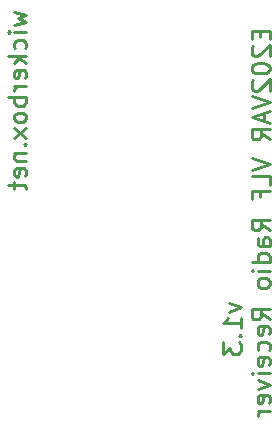
<source format=gbo>
%TF.GenerationSoftware,KiCad,Pcbnew,4.0.5-e0-6337~49~ubuntu16.04.1*%
%TF.CreationDate,2017-02-23T10:11:07-08:00*%
%TF.ProjectId,e202var-vlf-radio-receiver,653230327661722D766C662D72616469,v1.4*%
%TF.FileFunction,Legend,Bot*%
%FSLAX46Y46*%
G04 Gerber Fmt 4.6, Leading zero omitted, Abs format (unit mm)*
G04 Created by KiCad (PCBNEW 4.0.5-e0-6337~49~ubuntu16.04.1) date Thu Feb 23 10:11:07 2017*
%MOMM*%
%LPD*%
G01*
G04 APERTURE LIST*
%ADD10C,0.350000*%
%ADD11C,0.254000*%
%ADD12O,2.452400X1.752400*%
%ADD13R,2.184400X2.184400*%
%ADD14O,2.184400X2.184400*%
%ADD15C,2.151380*%
%ADD16R,1.752400X1.752400*%
%ADD17C,1.852400*%
%ADD18O,2.152000X1.552000*%
%ADD19O,1.552000X2.152000*%
%ADD20R,2.052400X2.152400*%
%ADD21C,2.052400*%
%ADD22R,2.152400X2.152400*%
%ADD23C,2.152400*%
%ADD24C,2.184400*%
%ADD25R,2.151380X2.151380*%
%ADD26C,4.152400*%
%ADD27C,2.336800*%
%ADD28O,7.152640X3.652520*%
%ADD29O,2.651760X1.752600*%
%ADD30O,1.851660X3.652520*%
G04 APERTURE END LIST*
D10*
D11*
X109274429Y-108566857D02*
X110290429Y-108929714D01*
X109274429Y-109292572D01*
X110290429Y-110671429D02*
X110290429Y-109800572D01*
X110290429Y-110236000D02*
X108766429Y-110236000D01*
X108984143Y-110090857D01*
X109129286Y-109945715D01*
X109201857Y-109800572D01*
X110145286Y-111324572D02*
X110217857Y-111397144D01*
X110290429Y-111324572D01*
X110217857Y-111252001D01*
X110145286Y-111324572D01*
X110290429Y-111324572D01*
X108766429Y-111905143D02*
X108766429Y-112848572D01*
X109347000Y-112340572D01*
X109347000Y-112558286D01*
X109419571Y-112703429D01*
X109492143Y-112776000D01*
X109637286Y-112848572D01*
X110000143Y-112848572D01*
X110145286Y-112776000D01*
X110217857Y-112703429D01*
X110290429Y-112558286D01*
X110290429Y-112122858D01*
X110217857Y-111977715D01*
X110145286Y-111905143D01*
X91075329Y-83901643D02*
X92091329Y-84191929D01*
X91365614Y-84482215D01*
X92091329Y-84772500D01*
X91075329Y-85062786D01*
X92091329Y-85643357D02*
X91075329Y-85643357D01*
X90567329Y-85643357D02*
X90639900Y-85570786D01*
X90712471Y-85643357D01*
X90639900Y-85715929D01*
X90567329Y-85643357D01*
X90712471Y-85643357D01*
X92018757Y-87022214D02*
X92091329Y-86877071D01*
X92091329Y-86586785D01*
X92018757Y-86441643D01*
X91946186Y-86369071D01*
X91801043Y-86296500D01*
X91365614Y-86296500D01*
X91220471Y-86369071D01*
X91147900Y-86441643D01*
X91075329Y-86586785D01*
X91075329Y-86877071D01*
X91147900Y-87022214D01*
X92091329Y-87675357D02*
X90567329Y-87675357D01*
X91510757Y-87820500D02*
X92091329Y-88255929D01*
X91075329Y-88255929D02*
X91655900Y-87675357D01*
X92018757Y-89489643D02*
X92091329Y-89344500D01*
X92091329Y-89054214D01*
X92018757Y-88909071D01*
X91873614Y-88836500D01*
X91293043Y-88836500D01*
X91147900Y-88909071D01*
X91075329Y-89054214D01*
X91075329Y-89344500D01*
X91147900Y-89489643D01*
X91293043Y-89562214D01*
X91438186Y-89562214D01*
X91583329Y-88836500D01*
X92091329Y-90215357D02*
X91075329Y-90215357D01*
X91365614Y-90215357D02*
X91220471Y-90287929D01*
X91147900Y-90360500D01*
X91075329Y-90505643D01*
X91075329Y-90650786D01*
X92091329Y-91158786D02*
X90567329Y-91158786D01*
X91147900Y-91158786D02*
X91075329Y-91303929D01*
X91075329Y-91594215D01*
X91147900Y-91739358D01*
X91220471Y-91811929D01*
X91365614Y-91884500D01*
X91801043Y-91884500D01*
X91946186Y-91811929D01*
X92018757Y-91739358D01*
X92091329Y-91594215D01*
X92091329Y-91303929D01*
X92018757Y-91158786D01*
X92091329Y-92755357D02*
X92018757Y-92610215D01*
X91946186Y-92537643D01*
X91801043Y-92465072D01*
X91365614Y-92465072D01*
X91220471Y-92537643D01*
X91147900Y-92610215D01*
X91075329Y-92755357D01*
X91075329Y-92973072D01*
X91147900Y-93118215D01*
X91220471Y-93190786D01*
X91365614Y-93263357D01*
X91801043Y-93263357D01*
X91946186Y-93190786D01*
X92018757Y-93118215D01*
X92091329Y-92973072D01*
X92091329Y-92755357D01*
X92091329Y-93771357D02*
X91075329Y-94569643D01*
X91075329Y-93771357D02*
X92091329Y-94569643D01*
X91946186Y-95150214D02*
X92018757Y-95222786D01*
X92091329Y-95150214D01*
X92018757Y-95077643D01*
X91946186Y-95150214D01*
X92091329Y-95150214D01*
X91075329Y-95875928D02*
X92091329Y-95875928D01*
X91220471Y-95875928D02*
X91147900Y-95948500D01*
X91075329Y-96093642D01*
X91075329Y-96311357D01*
X91147900Y-96456500D01*
X91293043Y-96529071D01*
X92091329Y-96529071D01*
X92018757Y-97835357D02*
X92091329Y-97690214D01*
X92091329Y-97399928D01*
X92018757Y-97254785D01*
X91873614Y-97182214D01*
X91293043Y-97182214D01*
X91147900Y-97254785D01*
X91075329Y-97399928D01*
X91075329Y-97690214D01*
X91147900Y-97835357D01*
X91293043Y-97907928D01*
X91438186Y-97907928D01*
X91583329Y-97182214D01*
X91075329Y-98343357D02*
X91075329Y-98923928D01*
X90567329Y-98561071D02*
X91873614Y-98561071D01*
X92018757Y-98633643D01*
X92091329Y-98778785D01*
X92091329Y-98923928D01*
X111905143Y-85507284D02*
X111905143Y-86015284D01*
X112703429Y-86232998D02*
X112703429Y-85507284D01*
X111179429Y-85507284D01*
X111179429Y-86232998D01*
X111324571Y-86813570D02*
X111252000Y-86886141D01*
X111179429Y-87031284D01*
X111179429Y-87394141D01*
X111252000Y-87539284D01*
X111324571Y-87611855D01*
X111469714Y-87684427D01*
X111614857Y-87684427D01*
X111832571Y-87611855D01*
X112703429Y-86740998D01*
X112703429Y-87684427D01*
X111179429Y-88627856D02*
X111179429Y-88772999D01*
X111252000Y-88918142D01*
X111324571Y-88990713D01*
X111469714Y-89063284D01*
X111760000Y-89135856D01*
X112122857Y-89135856D01*
X112413143Y-89063284D01*
X112558286Y-88990713D01*
X112630857Y-88918142D01*
X112703429Y-88772999D01*
X112703429Y-88627856D01*
X112630857Y-88482713D01*
X112558286Y-88410142D01*
X112413143Y-88337570D01*
X112122857Y-88264999D01*
X111760000Y-88264999D01*
X111469714Y-88337570D01*
X111324571Y-88410142D01*
X111252000Y-88482713D01*
X111179429Y-88627856D01*
X111324571Y-89716428D02*
X111252000Y-89788999D01*
X111179429Y-89934142D01*
X111179429Y-90296999D01*
X111252000Y-90442142D01*
X111324571Y-90514713D01*
X111469714Y-90587285D01*
X111614857Y-90587285D01*
X111832571Y-90514713D01*
X112703429Y-89643856D01*
X112703429Y-90587285D01*
X111179429Y-91022714D02*
X112703429Y-91530714D01*
X111179429Y-92038714D01*
X112268000Y-92474143D02*
X112268000Y-93199857D01*
X112703429Y-92329000D02*
X111179429Y-92837000D01*
X112703429Y-93345000D01*
X112703429Y-94723857D02*
X111977714Y-94215857D01*
X112703429Y-93853000D02*
X111179429Y-93853000D01*
X111179429Y-94433572D01*
X111252000Y-94578714D01*
X111324571Y-94651286D01*
X111469714Y-94723857D01*
X111687429Y-94723857D01*
X111832571Y-94651286D01*
X111905143Y-94578714D01*
X111977714Y-94433572D01*
X111977714Y-93853000D01*
X111179429Y-96320429D02*
X112703429Y-96828429D01*
X111179429Y-97336429D01*
X112703429Y-98570143D02*
X112703429Y-97844429D01*
X111179429Y-97844429D01*
X111905143Y-99586143D02*
X111905143Y-99078143D01*
X112703429Y-99078143D02*
X111179429Y-99078143D01*
X111179429Y-99803857D01*
X112703429Y-102416429D02*
X111977714Y-101908429D01*
X112703429Y-101545572D02*
X111179429Y-101545572D01*
X111179429Y-102126144D01*
X111252000Y-102271286D01*
X111324571Y-102343858D01*
X111469714Y-102416429D01*
X111687429Y-102416429D01*
X111832571Y-102343858D01*
X111905143Y-102271286D01*
X111977714Y-102126144D01*
X111977714Y-101545572D01*
X112703429Y-103722715D02*
X111905143Y-103722715D01*
X111760000Y-103650144D01*
X111687429Y-103505001D01*
X111687429Y-103214715D01*
X111760000Y-103069572D01*
X112630857Y-103722715D02*
X112703429Y-103577572D01*
X112703429Y-103214715D01*
X112630857Y-103069572D01*
X112485714Y-102997001D01*
X112340571Y-102997001D01*
X112195429Y-103069572D01*
X112122857Y-103214715D01*
X112122857Y-103577572D01*
X112050286Y-103722715D01*
X112703429Y-105101572D02*
X111179429Y-105101572D01*
X112630857Y-105101572D02*
X112703429Y-104956429D01*
X112703429Y-104666143D01*
X112630857Y-104521001D01*
X112558286Y-104448429D01*
X112413143Y-104375858D01*
X111977714Y-104375858D01*
X111832571Y-104448429D01*
X111760000Y-104521001D01*
X111687429Y-104666143D01*
X111687429Y-104956429D01*
X111760000Y-105101572D01*
X112703429Y-105827286D02*
X111687429Y-105827286D01*
X111179429Y-105827286D02*
X111252000Y-105754715D01*
X111324571Y-105827286D01*
X111252000Y-105899858D01*
X111179429Y-105827286D01*
X111324571Y-105827286D01*
X112703429Y-106770714D02*
X112630857Y-106625572D01*
X112558286Y-106553000D01*
X112413143Y-106480429D01*
X111977714Y-106480429D01*
X111832571Y-106553000D01*
X111760000Y-106625572D01*
X111687429Y-106770714D01*
X111687429Y-106988429D01*
X111760000Y-107133572D01*
X111832571Y-107206143D01*
X111977714Y-107278714D01*
X112413143Y-107278714D01*
X112558286Y-107206143D01*
X112630857Y-107133572D01*
X112703429Y-106988429D01*
X112703429Y-106770714D01*
X112703429Y-109963857D02*
X111977714Y-109455857D01*
X112703429Y-109093000D02*
X111179429Y-109093000D01*
X111179429Y-109673572D01*
X111252000Y-109818714D01*
X111324571Y-109891286D01*
X111469714Y-109963857D01*
X111687429Y-109963857D01*
X111832571Y-109891286D01*
X111905143Y-109818714D01*
X111977714Y-109673572D01*
X111977714Y-109093000D01*
X112630857Y-111197572D02*
X112703429Y-111052429D01*
X112703429Y-110762143D01*
X112630857Y-110617000D01*
X112485714Y-110544429D01*
X111905143Y-110544429D01*
X111760000Y-110617000D01*
X111687429Y-110762143D01*
X111687429Y-111052429D01*
X111760000Y-111197572D01*
X111905143Y-111270143D01*
X112050286Y-111270143D01*
X112195429Y-110544429D01*
X112630857Y-112576429D02*
X112703429Y-112431286D01*
X112703429Y-112141000D01*
X112630857Y-111995858D01*
X112558286Y-111923286D01*
X112413143Y-111850715D01*
X111977714Y-111850715D01*
X111832571Y-111923286D01*
X111760000Y-111995858D01*
X111687429Y-112141000D01*
X111687429Y-112431286D01*
X111760000Y-112576429D01*
X112630857Y-113810144D02*
X112703429Y-113665001D01*
X112703429Y-113374715D01*
X112630857Y-113229572D01*
X112485714Y-113157001D01*
X111905143Y-113157001D01*
X111760000Y-113229572D01*
X111687429Y-113374715D01*
X111687429Y-113665001D01*
X111760000Y-113810144D01*
X111905143Y-113882715D01*
X112050286Y-113882715D01*
X112195429Y-113157001D01*
X112703429Y-114535858D02*
X111687429Y-114535858D01*
X111179429Y-114535858D02*
X111252000Y-114463287D01*
X111324571Y-114535858D01*
X111252000Y-114608430D01*
X111179429Y-114535858D01*
X111324571Y-114535858D01*
X111687429Y-115116429D02*
X112703429Y-115479286D01*
X111687429Y-115842144D01*
X112630857Y-117003287D02*
X112703429Y-116858144D01*
X112703429Y-116567858D01*
X112630857Y-116422715D01*
X112485714Y-116350144D01*
X111905143Y-116350144D01*
X111760000Y-116422715D01*
X111687429Y-116567858D01*
X111687429Y-116858144D01*
X111760000Y-117003287D01*
X111905143Y-117075858D01*
X112050286Y-117075858D01*
X112195429Y-116350144D01*
X112703429Y-117729001D02*
X111687429Y-117729001D01*
X111977714Y-117729001D02*
X111832571Y-117801573D01*
X111760000Y-117874144D01*
X111687429Y-118019287D01*
X111687429Y-118164430D01*
%LPC*%
D12*
X78745080Y-64886840D03*
X78745080Y-62346840D03*
X78745080Y-59806840D03*
X78745080Y-57266840D03*
X71125080Y-57266840D03*
X71125080Y-59806840D03*
X71125080Y-62346840D03*
X71125080Y-64886840D03*
D13*
X64770000Y-80645000D03*
D14*
X64770000Y-78105000D03*
D15*
X80137000Y-106345500D03*
X80137000Y-97345500D03*
X69855080Y-48559720D03*
X78855080Y-48559720D03*
D16*
X69175000Y-69215000D03*
D17*
X66675000Y-69215000D03*
D16*
X93305000Y-79375000D03*
D17*
X90805000Y-79375000D03*
D16*
X103147500Y-71183500D03*
D17*
X100647500Y-71183500D03*
D16*
X98044000Y-66548000D03*
D17*
X100544000Y-66548000D03*
D16*
X82550000Y-88265000D03*
D17*
X85050000Y-88265000D03*
D13*
X79128620Y-113792000D03*
D14*
X76588620Y-113792000D03*
D13*
X96398080Y-47721520D03*
D14*
X96398080Y-50261520D03*
D18*
X83185000Y-83185000D03*
X83185000Y-84963000D03*
X83185000Y-81407000D03*
D19*
X63754000Y-53848000D03*
X61976000Y-53848000D03*
X65532000Y-53848000D03*
D15*
X78740000Y-52578000D03*
X69740000Y-52578000D03*
X83133420Y-61351160D03*
X92133420Y-61351160D03*
X72390000Y-69850000D03*
X72390000Y-78850000D03*
X69755240Y-40886380D03*
X78755240Y-40886380D03*
X92192620Y-49629060D03*
X83192620Y-49629060D03*
X83149440Y-57111900D03*
X92149440Y-57111900D03*
X97345500Y-70485000D03*
X97345500Y-79485000D03*
X92192620Y-53294280D03*
X83192620Y-53294280D03*
X80010000Y-78850000D03*
X80010000Y-69850000D03*
X76644500Y-97218500D03*
X76644500Y-106218500D03*
X76200000Y-78740000D03*
X76200000Y-69740000D03*
D18*
X68008500Y-92710000D03*
X68008500Y-94488000D03*
X68008500Y-90932000D03*
D15*
X78740000Y-44704000D03*
X69740000Y-44704000D03*
D20*
X68961000Y-114173000D03*
D21*
X71501000Y-114173000D03*
D22*
X72072500Y-82503000D03*
D23*
X72072500Y-87503000D03*
D12*
X84190840Y-67200780D03*
X84190840Y-69740780D03*
X84190840Y-72280780D03*
X84190840Y-74820780D03*
X91810840Y-74820780D03*
X91810840Y-72280780D03*
X91810840Y-69740780D03*
X91810840Y-67200780D03*
D24*
X111760000Y-72390000D03*
X111760000Y-77470000D03*
X111760000Y-82550000D03*
D15*
X83855560Y-102374700D03*
D25*
X83855560Y-92214700D03*
D15*
X83820000Y-116840000D03*
D25*
X83820000Y-106680000D03*
D22*
X66658500Y-85534500D03*
D23*
X61658500Y-85534500D03*
D22*
X62687200Y-69089260D03*
D23*
X62687200Y-74089260D03*
D22*
X99568000Y-62404000D03*
D23*
X99568000Y-57404000D03*
D22*
X102171500Y-74676000D03*
D23*
X102171500Y-79676000D03*
D22*
X61528960Y-64053720D03*
D23*
X66528960Y-64053720D03*
D22*
X66468000Y-48260000D03*
D23*
X61468000Y-48260000D03*
D22*
X62738000Y-90440500D03*
D23*
X62738000Y-95440500D03*
D26*
X72072500Y-102679500D03*
X66073020Y-102679500D03*
X69072760Y-107378500D03*
X91313000Y-109522260D03*
X91313000Y-115521740D03*
X96012000Y-112522000D03*
D27*
X104360980Y-67292220D03*
X104360980Y-64752220D03*
X104360980Y-59672220D03*
X104360980Y-57132220D03*
X109440980Y-62212220D03*
D28*
X105943400Y-105900220D03*
X105943400Y-116098320D03*
D29*
X101678740Y-110998000D03*
X101678740Y-108498640D03*
D28*
X105918000Y-41148000D03*
X105918000Y-51346100D03*
D29*
X101653340Y-46245780D03*
X101653340Y-43746420D03*
D28*
X105943400Y-88882220D03*
X105943400Y-99080320D03*
D29*
X101678740Y-93980000D03*
X101678740Y-91480640D03*
D30*
X92964000Y-104584500D03*
X90424000Y-104584500D03*
X95504000Y-104584500D03*
D16*
X65595500Y-59093100D03*
D17*
X63095500Y-59093100D03*
D16*
X103782500Y-83858100D03*
D17*
X101282500Y-83858100D03*
M02*

</source>
